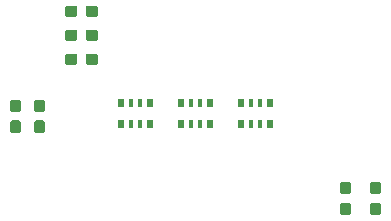
<source format=gbr>
G04 #@! TF.GenerationSoftware,KiCad,Pcbnew,(5.0.0)*
G04 #@! TF.CreationDate,2018-12-02T19:46:23+01:00*
G04 #@! TF.ProjectId,Nightmare V2,4E696768746D6172652056322E6B6963,rev?*
G04 #@! TF.SameCoordinates,Original*
G04 #@! TF.FileFunction,Paste,Bot*
G04 #@! TF.FilePolarity,Positive*
%FSLAX46Y46*%
G04 Gerber Fmt 4.6, Leading zero omitted, Abs format (unit mm)*
G04 Created by KiCad (PCBNEW (5.0.0)) date 12/02/18 19:46:23*
%MOMM*%
%LPD*%
G01*
G04 APERTURE LIST*
%ADD10C,0.100000*%
%ADD11C,0.950000*%
%ADD12R,0.500000X0.800000*%
%ADD13R,0.400000X0.800000*%
G04 APERTURE END LIST*
D10*
G04 #@! TO.C,C1*
G36*
X139960779Y-85836144D02*
X139983834Y-85839563D01*
X140006443Y-85845227D01*
X140028387Y-85853079D01*
X140049457Y-85863044D01*
X140069448Y-85875026D01*
X140088168Y-85888910D01*
X140105438Y-85904562D01*
X140121090Y-85921832D01*
X140134974Y-85940552D01*
X140146956Y-85960543D01*
X140156921Y-85981613D01*
X140164773Y-86003557D01*
X140170437Y-86026166D01*
X140173856Y-86049221D01*
X140175000Y-86072500D01*
X140175000Y-86647500D01*
X140173856Y-86670779D01*
X140170437Y-86693834D01*
X140164773Y-86716443D01*
X140156921Y-86738387D01*
X140146956Y-86759457D01*
X140134974Y-86779448D01*
X140121090Y-86798168D01*
X140105438Y-86815438D01*
X140088168Y-86831090D01*
X140069448Y-86844974D01*
X140049457Y-86856956D01*
X140028387Y-86866921D01*
X140006443Y-86874773D01*
X139983834Y-86880437D01*
X139960779Y-86883856D01*
X139937500Y-86885000D01*
X139462500Y-86885000D01*
X139439221Y-86883856D01*
X139416166Y-86880437D01*
X139393557Y-86874773D01*
X139371613Y-86866921D01*
X139350543Y-86856956D01*
X139330552Y-86844974D01*
X139311832Y-86831090D01*
X139294562Y-86815438D01*
X139278910Y-86798168D01*
X139265026Y-86779448D01*
X139253044Y-86759457D01*
X139243079Y-86738387D01*
X139235227Y-86716443D01*
X139229563Y-86693834D01*
X139226144Y-86670779D01*
X139225000Y-86647500D01*
X139225000Y-86072500D01*
X139226144Y-86049221D01*
X139229563Y-86026166D01*
X139235227Y-86003557D01*
X139243079Y-85981613D01*
X139253044Y-85960543D01*
X139265026Y-85940552D01*
X139278910Y-85921832D01*
X139294562Y-85904562D01*
X139311832Y-85888910D01*
X139330552Y-85875026D01*
X139350543Y-85863044D01*
X139371613Y-85853079D01*
X139393557Y-85845227D01*
X139416166Y-85839563D01*
X139439221Y-85836144D01*
X139462500Y-85835000D01*
X139937500Y-85835000D01*
X139960779Y-85836144D01*
X139960779Y-85836144D01*
G37*
D11*
X139700000Y-86360000D03*
D10*
G36*
X139960779Y-87586144D02*
X139983834Y-87589563D01*
X140006443Y-87595227D01*
X140028387Y-87603079D01*
X140049457Y-87613044D01*
X140069448Y-87625026D01*
X140088168Y-87638910D01*
X140105438Y-87654562D01*
X140121090Y-87671832D01*
X140134974Y-87690552D01*
X140146956Y-87710543D01*
X140156921Y-87731613D01*
X140164773Y-87753557D01*
X140170437Y-87776166D01*
X140173856Y-87799221D01*
X140175000Y-87822500D01*
X140175000Y-88397500D01*
X140173856Y-88420779D01*
X140170437Y-88443834D01*
X140164773Y-88466443D01*
X140156921Y-88488387D01*
X140146956Y-88509457D01*
X140134974Y-88529448D01*
X140121090Y-88548168D01*
X140105438Y-88565438D01*
X140088168Y-88581090D01*
X140069448Y-88594974D01*
X140049457Y-88606956D01*
X140028387Y-88616921D01*
X140006443Y-88624773D01*
X139983834Y-88630437D01*
X139960779Y-88633856D01*
X139937500Y-88635000D01*
X139462500Y-88635000D01*
X139439221Y-88633856D01*
X139416166Y-88630437D01*
X139393557Y-88624773D01*
X139371613Y-88616921D01*
X139350543Y-88606956D01*
X139330552Y-88594974D01*
X139311832Y-88581090D01*
X139294562Y-88565438D01*
X139278910Y-88548168D01*
X139265026Y-88529448D01*
X139253044Y-88509457D01*
X139243079Y-88488387D01*
X139235227Y-88466443D01*
X139229563Y-88443834D01*
X139226144Y-88420779D01*
X139225000Y-88397500D01*
X139225000Y-87822500D01*
X139226144Y-87799221D01*
X139229563Y-87776166D01*
X139235227Y-87753557D01*
X139243079Y-87731613D01*
X139253044Y-87710543D01*
X139265026Y-87690552D01*
X139278910Y-87671832D01*
X139294562Y-87654562D01*
X139311832Y-87638910D01*
X139330552Y-87625026D01*
X139350543Y-87613044D01*
X139371613Y-87603079D01*
X139393557Y-87595227D01*
X139416166Y-87589563D01*
X139439221Y-87586144D01*
X139462500Y-87585000D01*
X139937500Y-87585000D01*
X139960779Y-87586144D01*
X139960779Y-87586144D01*
G37*
D11*
X139700000Y-88110000D03*
G04 #@! TD*
D10*
G04 #@! TO.C,C2*
G36*
X137420779Y-87586144D02*
X137443834Y-87589563D01*
X137466443Y-87595227D01*
X137488387Y-87603079D01*
X137509457Y-87613044D01*
X137529448Y-87625026D01*
X137548168Y-87638910D01*
X137565438Y-87654562D01*
X137581090Y-87671832D01*
X137594974Y-87690552D01*
X137606956Y-87710543D01*
X137616921Y-87731613D01*
X137624773Y-87753557D01*
X137630437Y-87776166D01*
X137633856Y-87799221D01*
X137635000Y-87822500D01*
X137635000Y-88397500D01*
X137633856Y-88420779D01*
X137630437Y-88443834D01*
X137624773Y-88466443D01*
X137616921Y-88488387D01*
X137606956Y-88509457D01*
X137594974Y-88529448D01*
X137581090Y-88548168D01*
X137565438Y-88565438D01*
X137548168Y-88581090D01*
X137529448Y-88594974D01*
X137509457Y-88606956D01*
X137488387Y-88616921D01*
X137466443Y-88624773D01*
X137443834Y-88630437D01*
X137420779Y-88633856D01*
X137397500Y-88635000D01*
X136922500Y-88635000D01*
X136899221Y-88633856D01*
X136876166Y-88630437D01*
X136853557Y-88624773D01*
X136831613Y-88616921D01*
X136810543Y-88606956D01*
X136790552Y-88594974D01*
X136771832Y-88581090D01*
X136754562Y-88565438D01*
X136738910Y-88548168D01*
X136725026Y-88529448D01*
X136713044Y-88509457D01*
X136703079Y-88488387D01*
X136695227Y-88466443D01*
X136689563Y-88443834D01*
X136686144Y-88420779D01*
X136685000Y-88397500D01*
X136685000Y-87822500D01*
X136686144Y-87799221D01*
X136689563Y-87776166D01*
X136695227Y-87753557D01*
X136703079Y-87731613D01*
X136713044Y-87710543D01*
X136725026Y-87690552D01*
X136738910Y-87671832D01*
X136754562Y-87654562D01*
X136771832Y-87638910D01*
X136790552Y-87625026D01*
X136810543Y-87613044D01*
X136831613Y-87603079D01*
X136853557Y-87595227D01*
X136876166Y-87589563D01*
X136899221Y-87586144D01*
X136922500Y-87585000D01*
X137397500Y-87585000D01*
X137420779Y-87586144D01*
X137420779Y-87586144D01*
G37*
D11*
X137160000Y-88110000D03*
D10*
G36*
X137420779Y-85836144D02*
X137443834Y-85839563D01*
X137466443Y-85845227D01*
X137488387Y-85853079D01*
X137509457Y-85863044D01*
X137529448Y-85875026D01*
X137548168Y-85888910D01*
X137565438Y-85904562D01*
X137581090Y-85921832D01*
X137594974Y-85940552D01*
X137606956Y-85960543D01*
X137616921Y-85981613D01*
X137624773Y-86003557D01*
X137630437Y-86026166D01*
X137633856Y-86049221D01*
X137635000Y-86072500D01*
X137635000Y-86647500D01*
X137633856Y-86670779D01*
X137630437Y-86693834D01*
X137624773Y-86716443D01*
X137616921Y-86738387D01*
X137606956Y-86759457D01*
X137594974Y-86779448D01*
X137581090Y-86798168D01*
X137565438Y-86815438D01*
X137548168Y-86831090D01*
X137529448Y-86844974D01*
X137509457Y-86856956D01*
X137488387Y-86866921D01*
X137466443Y-86874773D01*
X137443834Y-86880437D01*
X137420779Y-86883856D01*
X137397500Y-86885000D01*
X136922500Y-86885000D01*
X136899221Y-86883856D01*
X136876166Y-86880437D01*
X136853557Y-86874773D01*
X136831613Y-86866921D01*
X136810543Y-86856956D01*
X136790552Y-86844974D01*
X136771832Y-86831090D01*
X136754562Y-86815438D01*
X136738910Y-86798168D01*
X136725026Y-86779448D01*
X136713044Y-86759457D01*
X136703079Y-86738387D01*
X136695227Y-86716443D01*
X136689563Y-86693834D01*
X136686144Y-86670779D01*
X136685000Y-86647500D01*
X136685000Y-86072500D01*
X136686144Y-86049221D01*
X136689563Y-86026166D01*
X136695227Y-86003557D01*
X136703079Y-85981613D01*
X136713044Y-85960543D01*
X136725026Y-85940552D01*
X136738910Y-85921832D01*
X136754562Y-85904562D01*
X136771832Y-85888910D01*
X136790552Y-85875026D01*
X136810543Y-85863044D01*
X136831613Y-85853079D01*
X136853557Y-85845227D01*
X136876166Y-85839563D01*
X136899221Y-85836144D01*
X136922500Y-85835000D01*
X137397500Y-85835000D01*
X137420779Y-85836144D01*
X137420779Y-85836144D01*
G37*
D11*
X137160000Y-86360000D03*
G04 #@! TD*
D10*
G04 #@! TO.C,C11*
G36*
X115993779Y-70900144D02*
X116016834Y-70903563D01*
X116039443Y-70909227D01*
X116061387Y-70917079D01*
X116082457Y-70927044D01*
X116102448Y-70939026D01*
X116121168Y-70952910D01*
X116138438Y-70968562D01*
X116154090Y-70985832D01*
X116167974Y-71004552D01*
X116179956Y-71024543D01*
X116189921Y-71045613D01*
X116197773Y-71067557D01*
X116203437Y-71090166D01*
X116206856Y-71113221D01*
X116208000Y-71136500D01*
X116208000Y-71611500D01*
X116206856Y-71634779D01*
X116203437Y-71657834D01*
X116197773Y-71680443D01*
X116189921Y-71702387D01*
X116179956Y-71723457D01*
X116167974Y-71743448D01*
X116154090Y-71762168D01*
X116138438Y-71779438D01*
X116121168Y-71795090D01*
X116102448Y-71808974D01*
X116082457Y-71820956D01*
X116061387Y-71830921D01*
X116039443Y-71838773D01*
X116016834Y-71844437D01*
X115993779Y-71847856D01*
X115970500Y-71849000D01*
X115395500Y-71849000D01*
X115372221Y-71847856D01*
X115349166Y-71844437D01*
X115326557Y-71838773D01*
X115304613Y-71830921D01*
X115283543Y-71820956D01*
X115263552Y-71808974D01*
X115244832Y-71795090D01*
X115227562Y-71779438D01*
X115211910Y-71762168D01*
X115198026Y-71743448D01*
X115186044Y-71723457D01*
X115176079Y-71702387D01*
X115168227Y-71680443D01*
X115162563Y-71657834D01*
X115159144Y-71634779D01*
X115158000Y-71611500D01*
X115158000Y-71136500D01*
X115159144Y-71113221D01*
X115162563Y-71090166D01*
X115168227Y-71067557D01*
X115176079Y-71045613D01*
X115186044Y-71024543D01*
X115198026Y-71004552D01*
X115211910Y-70985832D01*
X115227562Y-70968562D01*
X115244832Y-70952910D01*
X115263552Y-70939026D01*
X115283543Y-70927044D01*
X115304613Y-70917079D01*
X115326557Y-70909227D01*
X115349166Y-70903563D01*
X115372221Y-70900144D01*
X115395500Y-70899000D01*
X115970500Y-70899000D01*
X115993779Y-70900144D01*
X115993779Y-70900144D01*
G37*
D11*
X115683000Y-71374000D03*
D10*
G36*
X114243779Y-70900144D02*
X114266834Y-70903563D01*
X114289443Y-70909227D01*
X114311387Y-70917079D01*
X114332457Y-70927044D01*
X114352448Y-70939026D01*
X114371168Y-70952910D01*
X114388438Y-70968562D01*
X114404090Y-70985832D01*
X114417974Y-71004552D01*
X114429956Y-71024543D01*
X114439921Y-71045613D01*
X114447773Y-71067557D01*
X114453437Y-71090166D01*
X114456856Y-71113221D01*
X114458000Y-71136500D01*
X114458000Y-71611500D01*
X114456856Y-71634779D01*
X114453437Y-71657834D01*
X114447773Y-71680443D01*
X114439921Y-71702387D01*
X114429956Y-71723457D01*
X114417974Y-71743448D01*
X114404090Y-71762168D01*
X114388438Y-71779438D01*
X114371168Y-71795090D01*
X114352448Y-71808974D01*
X114332457Y-71820956D01*
X114311387Y-71830921D01*
X114289443Y-71838773D01*
X114266834Y-71844437D01*
X114243779Y-71847856D01*
X114220500Y-71849000D01*
X113645500Y-71849000D01*
X113622221Y-71847856D01*
X113599166Y-71844437D01*
X113576557Y-71838773D01*
X113554613Y-71830921D01*
X113533543Y-71820956D01*
X113513552Y-71808974D01*
X113494832Y-71795090D01*
X113477562Y-71779438D01*
X113461910Y-71762168D01*
X113448026Y-71743448D01*
X113436044Y-71723457D01*
X113426079Y-71702387D01*
X113418227Y-71680443D01*
X113412563Y-71657834D01*
X113409144Y-71634779D01*
X113408000Y-71611500D01*
X113408000Y-71136500D01*
X113409144Y-71113221D01*
X113412563Y-71090166D01*
X113418227Y-71067557D01*
X113426079Y-71045613D01*
X113436044Y-71024543D01*
X113448026Y-71004552D01*
X113461910Y-70985832D01*
X113477562Y-70968562D01*
X113494832Y-70952910D01*
X113513552Y-70939026D01*
X113533543Y-70927044D01*
X113554613Y-70917079D01*
X113576557Y-70909227D01*
X113599166Y-70903563D01*
X113622221Y-70900144D01*
X113645500Y-70899000D01*
X114220500Y-70899000D01*
X114243779Y-70900144D01*
X114243779Y-70900144D01*
G37*
D11*
X113933000Y-71374000D03*
G04 #@! TD*
D10*
G04 #@! TO.C,C5*
G36*
X115993779Y-74964144D02*
X116016834Y-74967563D01*
X116039443Y-74973227D01*
X116061387Y-74981079D01*
X116082457Y-74991044D01*
X116102448Y-75003026D01*
X116121168Y-75016910D01*
X116138438Y-75032562D01*
X116154090Y-75049832D01*
X116167974Y-75068552D01*
X116179956Y-75088543D01*
X116189921Y-75109613D01*
X116197773Y-75131557D01*
X116203437Y-75154166D01*
X116206856Y-75177221D01*
X116208000Y-75200500D01*
X116208000Y-75675500D01*
X116206856Y-75698779D01*
X116203437Y-75721834D01*
X116197773Y-75744443D01*
X116189921Y-75766387D01*
X116179956Y-75787457D01*
X116167974Y-75807448D01*
X116154090Y-75826168D01*
X116138438Y-75843438D01*
X116121168Y-75859090D01*
X116102448Y-75872974D01*
X116082457Y-75884956D01*
X116061387Y-75894921D01*
X116039443Y-75902773D01*
X116016834Y-75908437D01*
X115993779Y-75911856D01*
X115970500Y-75913000D01*
X115395500Y-75913000D01*
X115372221Y-75911856D01*
X115349166Y-75908437D01*
X115326557Y-75902773D01*
X115304613Y-75894921D01*
X115283543Y-75884956D01*
X115263552Y-75872974D01*
X115244832Y-75859090D01*
X115227562Y-75843438D01*
X115211910Y-75826168D01*
X115198026Y-75807448D01*
X115186044Y-75787457D01*
X115176079Y-75766387D01*
X115168227Y-75744443D01*
X115162563Y-75721834D01*
X115159144Y-75698779D01*
X115158000Y-75675500D01*
X115158000Y-75200500D01*
X115159144Y-75177221D01*
X115162563Y-75154166D01*
X115168227Y-75131557D01*
X115176079Y-75109613D01*
X115186044Y-75088543D01*
X115198026Y-75068552D01*
X115211910Y-75049832D01*
X115227562Y-75032562D01*
X115244832Y-75016910D01*
X115263552Y-75003026D01*
X115283543Y-74991044D01*
X115304613Y-74981079D01*
X115326557Y-74973227D01*
X115349166Y-74967563D01*
X115372221Y-74964144D01*
X115395500Y-74963000D01*
X115970500Y-74963000D01*
X115993779Y-74964144D01*
X115993779Y-74964144D01*
G37*
D11*
X115683000Y-75438000D03*
D10*
G36*
X114243779Y-74964144D02*
X114266834Y-74967563D01*
X114289443Y-74973227D01*
X114311387Y-74981079D01*
X114332457Y-74991044D01*
X114352448Y-75003026D01*
X114371168Y-75016910D01*
X114388438Y-75032562D01*
X114404090Y-75049832D01*
X114417974Y-75068552D01*
X114429956Y-75088543D01*
X114439921Y-75109613D01*
X114447773Y-75131557D01*
X114453437Y-75154166D01*
X114456856Y-75177221D01*
X114458000Y-75200500D01*
X114458000Y-75675500D01*
X114456856Y-75698779D01*
X114453437Y-75721834D01*
X114447773Y-75744443D01*
X114439921Y-75766387D01*
X114429956Y-75787457D01*
X114417974Y-75807448D01*
X114404090Y-75826168D01*
X114388438Y-75843438D01*
X114371168Y-75859090D01*
X114352448Y-75872974D01*
X114332457Y-75884956D01*
X114311387Y-75894921D01*
X114289443Y-75902773D01*
X114266834Y-75908437D01*
X114243779Y-75911856D01*
X114220500Y-75913000D01*
X113645500Y-75913000D01*
X113622221Y-75911856D01*
X113599166Y-75908437D01*
X113576557Y-75902773D01*
X113554613Y-75894921D01*
X113533543Y-75884956D01*
X113513552Y-75872974D01*
X113494832Y-75859090D01*
X113477562Y-75843438D01*
X113461910Y-75826168D01*
X113448026Y-75807448D01*
X113436044Y-75787457D01*
X113426079Y-75766387D01*
X113418227Y-75744443D01*
X113412563Y-75721834D01*
X113409144Y-75698779D01*
X113408000Y-75675500D01*
X113408000Y-75200500D01*
X113409144Y-75177221D01*
X113412563Y-75154166D01*
X113418227Y-75131557D01*
X113426079Y-75109613D01*
X113436044Y-75088543D01*
X113448026Y-75068552D01*
X113461910Y-75049832D01*
X113477562Y-75032562D01*
X113494832Y-75016910D01*
X113513552Y-75003026D01*
X113533543Y-74991044D01*
X113554613Y-74981079D01*
X113576557Y-74973227D01*
X113599166Y-74967563D01*
X113622221Y-74964144D01*
X113645500Y-74963000D01*
X114220500Y-74963000D01*
X114243779Y-74964144D01*
X114243779Y-74964144D01*
G37*
D11*
X113933000Y-75438000D03*
G04 #@! TD*
D10*
G04 #@! TO.C,C6*
G36*
X114243779Y-72932144D02*
X114266834Y-72935563D01*
X114289443Y-72941227D01*
X114311387Y-72949079D01*
X114332457Y-72959044D01*
X114352448Y-72971026D01*
X114371168Y-72984910D01*
X114388438Y-73000562D01*
X114404090Y-73017832D01*
X114417974Y-73036552D01*
X114429956Y-73056543D01*
X114439921Y-73077613D01*
X114447773Y-73099557D01*
X114453437Y-73122166D01*
X114456856Y-73145221D01*
X114458000Y-73168500D01*
X114458000Y-73643500D01*
X114456856Y-73666779D01*
X114453437Y-73689834D01*
X114447773Y-73712443D01*
X114439921Y-73734387D01*
X114429956Y-73755457D01*
X114417974Y-73775448D01*
X114404090Y-73794168D01*
X114388438Y-73811438D01*
X114371168Y-73827090D01*
X114352448Y-73840974D01*
X114332457Y-73852956D01*
X114311387Y-73862921D01*
X114289443Y-73870773D01*
X114266834Y-73876437D01*
X114243779Y-73879856D01*
X114220500Y-73881000D01*
X113645500Y-73881000D01*
X113622221Y-73879856D01*
X113599166Y-73876437D01*
X113576557Y-73870773D01*
X113554613Y-73862921D01*
X113533543Y-73852956D01*
X113513552Y-73840974D01*
X113494832Y-73827090D01*
X113477562Y-73811438D01*
X113461910Y-73794168D01*
X113448026Y-73775448D01*
X113436044Y-73755457D01*
X113426079Y-73734387D01*
X113418227Y-73712443D01*
X113412563Y-73689834D01*
X113409144Y-73666779D01*
X113408000Y-73643500D01*
X113408000Y-73168500D01*
X113409144Y-73145221D01*
X113412563Y-73122166D01*
X113418227Y-73099557D01*
X113426079Y-73077613D01*
X113436044Y-73056543D01*
X113448026Y-73036552D01*
X113461910Y-73017832D01*
X113477562Y-73000562D01*
X113494832Y-72984910D01*
X113513552Y-72971026D01*
X113533543Y-72959044D01*
X113554613Y-72949079D01*
X113576557Y-72941227D01*
X113599166Y-72935563D01*
X113622221Y-72932144D01*
X113645500Y-72931000D01*
X114220500Y-72931000D01*
X114243779Y-72932144D01*
X114243779Y-72932144D01*
G37*
D11*
X113933000Y-73406000D03*
D10*
G36*
X115993779Y-72932144D02*
X116016834Y-72935563D01*
X116039443Y-72941227D01*
X116061387Y-72949079D01*
X116082457Y-72959044D01*
X116102448Y-72971026D01*
X116121168Y-72984910D01*
X116138438Y-73000562D01*
X116154090Y-73017832D01*
X116167974Y-73036552D01*
X116179956Y-73056543D01*
X116189921Y-73077613D01*
X116197773Y-73099557D01*
X116203437Y-73122166D01*
X116206856Y-73145221D01*
X116208000Y-73168500D01*
X116208000Y-73643500D01*
X116206856Y-73666779D01*
X116203437Y-73689834D01*
X116197773Y-73712443D01*
X116189921Y-73734387D01*
X116179956Y-73755457D01*
X116167974Y-73775448D01*
X116154090Y-73794168D01*
X116138438Y-73811438D01*
X116121168Y-73827090D01*
X116102448Y-73840974D01*
X116082457Y-73852956D01*
X116061387Y-73862921D01*
X116039443Y-73870773D01*
X116016834Y-73876437D01*
X115993779Y-73879856D01*
X115970500Y-73881000D01*
X115395500Y-73881000D01*
X115372221Y-73879856D01*
X115349166Y-73876437D01*
X115326557Y-73870773D01*
X115304613Y-73862921D01*
X115283543Y-73852956D01*
X115263552Y-73840974D01*
X115244832Y-73827090D01*
X115227562Y-73811438D01*
X115211910Y-73794168D01*
X115198026Y-73775448D01*
X115186044Y-73755457D01*
X115176079Y-73734387D01*
X115168227Y-73712443D01*
X115162563Y-73689834D01*
X115159144Y-73666779D01*
X115158000Y-73643500D01*
X115158000Y-73168500D01*
X115159144Y-73145221D01*
X115162563Y-73122166D01*
X115168227Y-73099557D01*
X115176079Y-73077613D01*
X115186044Y-73056543D01*
X115198026Y-73036552D01*
X115211910Y-73017832D01*
X115227562Y-73000562D01*
X115244832Y-72984910D01*
X115263552Y-72971026D01*
X115283543Y-72959044D01*
X115304613Y-72949079D01*
X115326557Y-72941227D01*
X115349166Y-72935563D01*
X115372221Y-72932144D01*
X115395500Y-72931000D01*
X115970500Y-72931000D01*
X115993779Y-72932144D01*
X115993779Y-72932144D01*
G37*
D11*
X115683000Y-73406000D03*
G04 #@! TD*
D10*
G04 #@! TO.C,C7*
G36*
X109480779Y-80615144D02*
X109503834Y-80618563D01*
X109526443Y-80624227D01*
X109548387Y-80632079D01*
X109569457Y-80642044D01*
X109589448Y-80654026D01*
X109608168Y-80667910D01*
X109625438Y-80683562D01*
X109641090Y-80700832D01*
X109654974Y-80719552D01*
X109666956Y-80739543D01*
X109676921Y-80760613D01*
X109684773Y-80782557D01*
X109690437Y-80805166D01*
X109693856Y-80828221D01*
X109695000Y-80851500D01*
X109695000Y-81426500D01*
X109693856Y-81449779D01*
X109690437Y-81472834D01*
X109684773Y-81495443D01*
X109676921Y-81517387D01*
X109666956Y-81538457D01*
X109654974Y-81558448D01*
X109641090Y-81577168D01*
X109625438Y-81594438D01*
X109608168Y-81610090D01*
X109589448Y-81623974D01*
X109569457Y-81635956D01*
X109548387Y-81645921D01*
X109526443Y-81653773D01*
X109503834Y-81659437D01*
X109480779Y-81662856D01*
X109457500Y-81664000D01*
X108982500Y-81664000D01*
X108959221Y-81662856D01*
X108936166Y-81659437D01*
X108913557Y-81653773D01*
X108891613Y-81645921D01*
X108870543Y-81635956D01*
X108850552Y-81623974D01*
X108831832Y-81610090D01*
X108814562Y-81594438D01*
X108798910Y-81577168D01*
X108785026Y-81558448D01*
X108773044Y-81538457D01*
X108763079Y-81517387D01*
X108755227Y-81495443D01*
X108749563Y-81472834D01*
X108746144Y-81449779D01*
X108745000Y-81426500D01*
X108745000Y-80851500D01*
X108746144Y-80828221D01*
X108749563Y-80805166D01*
X108755227Y-80782557D01*
X108763079Y-80760613D01*
X108773044Y-80739543D01*
X108785026Y-80719552D01*
X108798910Y-80700832D01*
X108814562Y-80683562D01*
X108831832Y-80667910D01*
X108850552Y-80654026D01*
X108870543Y-80642044D01*
X108891613Y-80632079D01*
X108913557Y-80624227D01*
X108936166Y-80618563D01*
X108959221Y-80615144D01*
X108982500Y-80614000D01*
X109457500Y-80614000D01*
X109480779Y-80615144D01*
X109480779Y-80615144D01*
G37*
D11*
X109220000Y-81139000D03*
D10*
G36*
X109480779Y-78865144D02*
X109503834Y-78868563D01*
X109526443Y-78874227D01*
X109548387Y-78882079D01*
X109569457Y-78892044D01*
X109589448Y-78904026D01*
X109608168Y-78917910D01*
X109625438Y-78933562D01*
X109641090Y-78950832D01*
X109654974Y-78969552D01*
X109666956Y-78989543D01*
X109676921Y-79010613D01*
X109684773Y-79032557D01*
X109690437Y-79055166D01*
X109693856Y-79078221D01*
X109695000Y-79101500D01*
X109695000Y-79676500D01*
X109693856Y-79699779D01*
X109690437Y-79722834D01*
X109684773Y-79745443D01*
X109676921Y-79767387D01*
X109666956Y-79788457D01*
X109654974Y-79808448D01*
X109641090Y-79827168D01*
X109625438Y-79844438D01*
X109608168Y-79860090D01*
X109589448Y-79873974D01*
X109569457Y-79885956D01*
X109548387Y-79895921D01*
X109526443Y-79903773D01*
X109503834Y-79909437D01*
X109480779Y-79912856D01*
X109457500Y-79914000D01*
X108982500Y-79914000D01*
X108959221Y-79912856D01*
X108936166Y-79909437D01*
X108913557Y-79903773D01*
X108891613Y-79895921D01*
X108870543Y-79885956D01*
X108850552Y-79873974D01*
X108831832Y-79860090D01*
X108814562Y-79844438D01*
X108798910Y-79827168D01*
X108785026Y-79808448D01*
X108773044Y-79788457D01*
X108763079Y-79767387D01*
X108755227Y-79745443D01*
X108749563Y-79722834D01*
X108746144Y-79699779D01*
X108745000Y-79676500D01*
X108745000Y-79101500D01*
X108746144Y-79078221D01*
X108749563Y-79055166D01*
X108755227Y-79032557D01*
X108763079Y-79010613D01*
X108773044Y-78989543D01*
X108785026Y-78969552D01*
X108798910Y-78950832D01*
X108814562Y-78933562D01*
X108831832Y-78917910D01*
X108850552Y-78904026D01*
X108870543Y-78892044D01*
X108891613Y-78882079D01*
X108913557Y-78874227D01*
X108936166Y-78868563D01*
X108959221Y-78865144D01*
X108982500Y-78864000D01*
X109457500Y-78864000D01*
X109480779Y-78865144D01*
X109480779Y-78865144D01*
G37*
D11*
X109220000Y-79389000D03*
G04 #@! TD*
D10*
G04 #@! TO.C,C10*
G36*
X111512779Y-80615144D02*
X111535834Y-80618563D01*
X111558443Y-80624227D01*
X111580387Y-80632079D01*
X111601457Y-80642044D01*
X111621448Y-80654026D01*
X111640168Y-80667910D01*
X111657438Y-80683562D01*
X111673090Y-80700832D01*
X111686974Y-80719552D01*
X111698956Y-80739543D01*
X111708921Y-80760613D01*
X111716773Y-80782557D01*
X111722437Y-80805166D01*
X111725856Y-80828221D01*
X111727000Y-80851500D01*
X111727000Y-81426500D01*
X111725856Y-81449779D01*
X111722437Y-81472834D01*
X111716773Y-81495443D01*
X111708921Y-81517387D01*
X111698956Y-81538457D01*
X111686974Y-81558448D01*
X111673090Y-81577168D01*
X111657438Y-81594438D01*
X111640168Y-81610090D01*
X111621448Y-81623974D01*
X111601457Y-81635956D01*
X111580387Y-81645921D01*
X111558443Y-81653773D01*
X111535834Y-81659437D01*
X111512779Y-81662856D01*
X111489500Y-81664000D01*
X111014500Y-81664000D01*
X110991221Y-81662856D01*
X110968166Y-81659437D01*
X110945557Y-81653773D01*
X110923613Y-81645921D01*
X110902543Y-81635956D01*
X110882552Y-81623974D01*
X110863832Y-81610090D01*
X110846562Y-81594438D01*
X110830910Y-81577168D01*
X110817026Y-81558448D01*
X110805044Y-81538457D01*
X110795079Y-81517387D01*
X110787227Y-81495443D01*
X110781563Y-81472834D01*
X110778144Y-81449779D01*
X110777000Y-81426500D01*
X110777000Y-80851500D01*
X110778144Y-80828221D01*
X110781563Y-80805166D01*
X110787227Y-80782557D01*
X110795079Y-80760613D01*
X110805044Y-80739543D01*
X110817026Y-80719552D01*
X110830910Y-80700832D01*
X110846562Y-80683562D01*
X110863832Y-80667910D01*
X110882552Y-80654026D01*
X110902543Y-80642044D01*
X110923613Y-80632079D01*
X110945557Y-80624227D01*
X110968166Y-80618563D01*
X110991221Y-80615144D01*
X111014500Y-80614000D01*
X111489500Y-80614000D01*
X111512779Y-80615144D01*
X111512779Y-80615144D01*
G37*
D11*
X111252000Y-81139000D03*
D10*
G36*
X111512779Y-78865144D02*
X111535834Y-78868563D01*
X111558443Y-78874227D01*
X111580387Y-78882079D01*
X111601457Y-78892044D01*
X111621448Y-78904026D01*
X111640168Y-78917910D01*
X111657438Y-78933562D01*
X111673090Y-78950832D01*
X111686974Y-78969552D01*
X111698956Y-78989543D01*
X111708921Y-79010613D01*
X111716773Y-79032557D01*
X111722437Y-79055166D01*
X111725856Y-79078221D01*
X111727000Y-79101500D01*
X111727000Y-79676500D01*
X111725856Y-79699779D01*
X111722437Y-79722834D01*
X111716773Y-79745443D01*
X111708921Y-79767387D01*
X111698956Y-79788457D01*
X111686974Y-79808448D01*
X111673090Y-79827168D01*
X111657438Y-79844438D01*
X111640168Y-79860090D01*
X111621448Y-79873974D01*
X111601457Y-79885956D01*
X111580387Y-79895921D01*
X111558443Y-79903773D01*
X111535834Y-79909437D01*
X111512779Y-79912856D01*
X111489500Y-79914000D01*
X111014500Y-79914000D01*
X110991221Y-79912856D01*
X110968166Y-79909437D01*
X110945557Y-79903773D01*
X110923613Y-79895921D01*
X110902543Y-79885956D01*
X110882552Y-79873974D01*
X110863832Y-79860090D01*
X110846562Y-79844438D01*
X110830910Y-79827168D01*
X110817026Y-79808448D01*
X110805044Y-79788457D01*
X110795079Y-79767387D01*
X110787227Y-79745443D01*
X110781563Y-79722834D01*
X110778144Y-79699779D01*
X110777000Y-79676500D01*
X110777000Y-79101500D01*
X110778144Y-79078221D01*
X110781563Y-79055166D01*
X110787227Y-79032557D01*
X110795079Y-79010613D01*
X110805044Y-78989543D01*
X110817026Y-78969552D01*
X110830910Y-78950832D01*
X110846562Y-78933562D01*
X110863832Y-78917910D01*
X110882552Y-78904026D01*
X110902543Y-78892044D01*
X110923613Y-78882079D01*
X110945557Y-78874227D01*
X110968166Y-78868563D01*
X110991221Y-78865144D01*
X111014500Y-78864000D01*
X111489500Y-78864000D01*
X111512779Y-78865144D01*
X111512779Y-78865144D01*
G37*
D11*
X111252000Y-79389000D03*
G04 #@! TD*
D12*
G04 #@! TO.C,RN2*
X123260000Y-79110000D03*
D13*
X124860000Y-79110000D03*
X124060000Y-79110000D03*
D12*
X125660000Y-79110000D03*
D13*
X124060000Y-80910000D03*
D12*
X123260000Y-80910000D03*
D13*
X124860000Y-80910000D03*
D12*
X125660000Y-80910000D03*
G04 #@! TD*
G04 #@! TO.C,RN3*
X130740000Y-80910000D03*
D13*
X129940000Y-80910000D03*
D12*
X128340000Y-80910000D03*
D13*
X129140000Y-80910000D03*
D12*
X130740000Y-79110000D03*
D13*
X129140000Y-79110000D03*
X129940000Y-79110000D03*
D12*
X128340000Y-79110000D03*
G04 #@! TD*
G04 #@! TO.C,RN1*
X118180000Y-79110000D03*
D13*
X119780000Y-79110000D03*
X118980000Y-79110000D03*
D12*
X120580000Y-79110000D03*
D13*
X118980000Y-80910000D03*
D12*
X118180000Y-80910000D03*
D13*
X119780000Y-80910000D03*
D12*
X120580000Y-80910000D03*
G04 #@! TD*
M02*

</source>
